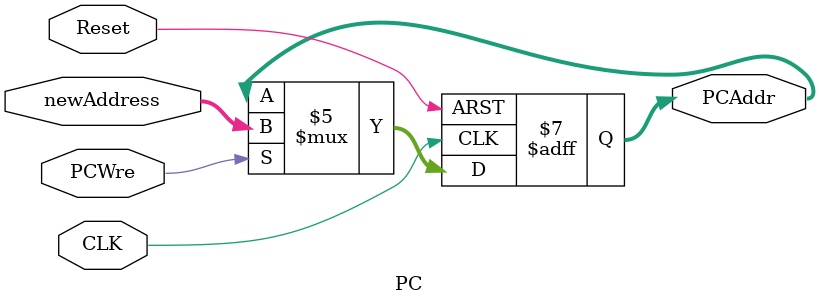
<source format=v>
`timescale 1ns / 1ps
module PC(
	input CLK,
	input Reset,
	input PCWre,
	input[31:0] newAddress,
	output reg[31:0] PCAddr
);
	initial begin
		PCAddr=	0;
	end
	always@(posedge CLK or negedge Reset) begin
		if (Reset == 0) begin
			PCAddr=	0;
		end
		else if (PCWre) begin
			PCAddr=	newAddress;
		end
	end
endmodule
</source>
